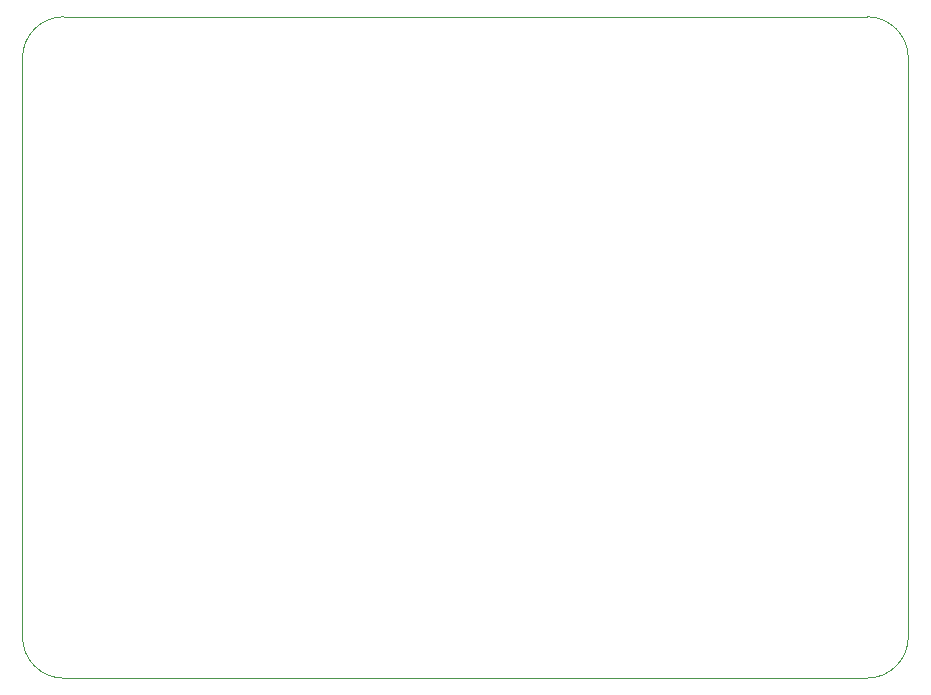
<source format=gm1>
G04 #@! TF.GenerationSoftware,KiCad,Pcbnew,8.0.4*
G04 #@! TF.CreationDate,2024-09-23T19:03:46-05:00*
G04 #@! TF.ProjectId,STM32_board,53544d33-325f-4626-9f61-72642e6b6963,rev?*
G04 #@! TF.SameCoordinates,Original*
G04 #@! TF.FileFunction,Profile,NP*
%FSLAX46Y46*%
G04 Gerber Fmt 4.6, Leading zero omitted, Abs format (unit mm)*
G04 Created by KiCad (PCBNEW 8.0.4) date 2024-09-23 19:03:46*
%MOMM*%
%LPD*%
G01*
G04 APERTURE LIST*
G04 #@! TA.AperFunction,Profile*
%ADD10C,0.050000*%
G04 #@! TD*
G04 APERTURE END LIST*
D10*
X181500000Y-122500000D02*
X181500000Y-73500000D01*
X110000000Y-126000000D02*
X178000000Y-126000000D01*
X178000000Y-70000000D02*
X110000000Y-70000000D01*
X178000000Y-70000000D02*
G75*
G02*
X181500000Y-73500000I0J-3500000D01*
G01*
X106500000Y-73500000D02*
X106500000Y-122500000D01*
X110000000Y-126000000D02*
G75*
G02*
X106500000Y-122500000I0J3500000D01*
G01*
X106500000Y-73500000D02*
G75*
G02*
X110000000Y-70000000I3500000J0D01*
G01*
X181500000Y-122500000D02*
G75*
G02*
X178000000Y-126000000I-3500000J0D01*
G01*
M02*

</source>
